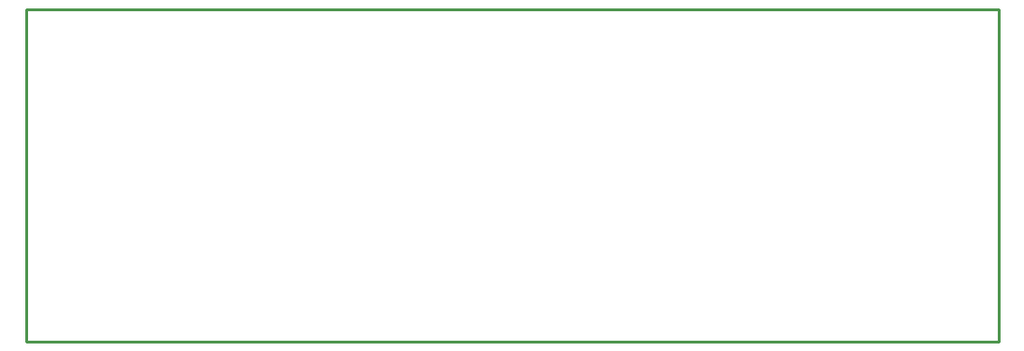
<source format=gko>
G04*
G04 #@! TF.GenerationSoftware,Altium Limited,Altium Designer,22.10.1 (41)*
G04*
G04 Layer_Color=16711935*
%FSLAX44Y44*%
%MOMM*%
G71*
G04*
G04 #@! TF.SameCoordinates,FA340068-F1DC-43B8-B5E1-3386DD3F2D8B*
G04*
G04*
G04 #@! TF.FilePolarity,Positive*
G04*
G01*
G75*
%ADD11C,0.2540*%
D11*
X0Y300000D02*
X880000D01*
Y0D02*
Y300000D01*
X0Y0D02*
X880000D01*
X0D02*
Y300000D01*
M02*

</source>
